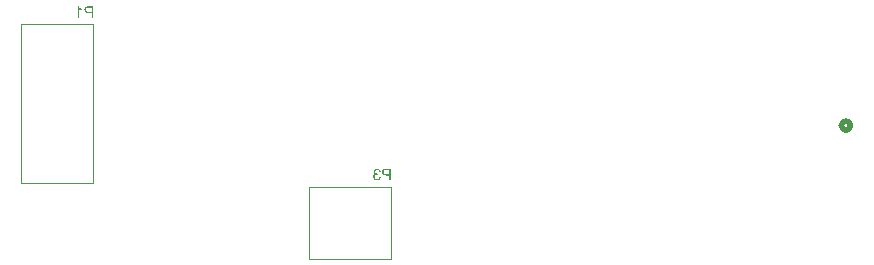
<source format=gbo>
G04 Layer_Color=32896*
%FSLAX25Y25*%
%MOIN*%
G70*
G01*
G75*
%ADD41C,0.02000*%
%ADD73C,0.00100*%
G36*
X42797Y32267D02*
X42862Y32174D01*
X42932Y32086D01*
X43002Y32004D01*
X43066Y31940D01*
X43119Y31887D01*
X43154Y31852D01*
X43160Y31846D01*
X43166Y31840D01*
X43277Y31747D01*
X43394Y31659D01*
X43511Y31583D01*
X43616Y31519D01*
X43710Y31466D01*
X43751Y31448D01*
X43786Y31431D01*
X43809Y31413D01*
X43833Y31402D01*
X43844Y31396D01*
X43850D01*
Y30934D01*
X43768Y30969D01*
X43681Y31010D01*
X43599Y31045D01*
X43523Y31086D01*
X43458Y31121D01*
X43406Y31150D01*
X43370Y31174D01*
X43365Y31179D01*
X43359D01*
X43259Y31238D01*
X43172Y31302D01*
X43095Y31355D01*
X43031Y31407D01*
X42979Y31448D01*
X42937Y31478D01*
X42914Y31501D01*
X42908Y31507D01*
Y28500D01*
X42434D01*
Y32361D01*
X42744D01*
X42797Y32267D01*
D02*
G37*
G36*
X47600Y28500D02*
X47091D01*
Y30068D01*
X46108D01*
X45962Y30074D01*
X45827Y30079D01*
X45705Y30097D01*
X45588Y30120D01*
X45488Y30144D01*
X45395Y30173D01*
X45313Y30202D01*
X45243Y30237D01*
X45178Y30267D01*
X45125Y30296D01*
X45085Y30325D01*
X45044Y30349D01*
X45020Y30372D01*
X45003Y30390D01*
X44991Y30395D01*
X44985Y30401D01*
X44927Y30466D01*
X44880Y30536D01*
X44839Y30606D01*
X44804Y30676D01*
X44745Y30811D01*
X44710Y30945D01*
X44693Y31004D01*
X44687Y31056D01*
X44681Y31109D01*
X44675Y31150D01*
X44669Y31185D01*
Y31209D01*
Y31226D01*
Y31232D01*
X44675Y31337D01*
X44687Y31437D01*
X44704Y31525D01*
X44728Y31600D01*
X44751Y31665D01*
X44769Y31712D01*
X44780Y31741D01*
X44786Y31753D01*
X44833Y31840D01*
X44886Y31911D01*
X44938Y31975D01*
X44985Y32028D01*
X45026Y32068D01*
X45061Y32098D01*
X45090Y32115D01*
X45096Y32121D01*
X45172Y32168D01*
X45254Y32209D01*
X45330Y32238D01*
X45406Y32261D01*
X45471Y32279D01*
X45523Y32291D01*
X45558Y32302D01*
X45570D01*
X45652Y32314D01*
X45746Y32326D01*
X45845Y32332D01*
X45939Y32338D01*
X46026Y32344D01*
X47600D01*
Y28500D01*
D02*
G37*
G36*
X146800Y-25600D02*
X146291D01*
Y-24032D01*
X145308D01*
X145162Y-24026D01*
X145027Y-24021D01*
X144905Y-24003D01*
X144788Y-23980D01*
X144688Y-23956D01*
X144595Y-23927D01*
X144513Y-23898D01*
X144442Y-23863D01*
X144378Y-23833D01*
X144325Y-23804D01*
X144284Y-23775D01*
X144244Y-23751D01*
X144220Y-23728D01*
X144203Y-23710D01*
X144191Y-23705D01*
X144185Y-23699D01*
X144126Y-23634D01*
X144080Y-23564D01*
X144039Y-23494D01*
X144004Y-23424D01*
X143945Y-23289D01*
X143910Y-23155D01*
X143893Y-23096D01*
X143887Y-23043D01*
X143881Y-22991D01*
X143875Y-22950D01*
X143869Y-22915D01*
Y-22892D01*
Y-22874D01*
Y-22868D01*
X143875Y-22763D01*
X143887Y-22663D01*
X143904Y-22576D01*
X143928Y-22500D01*
X143951Y-22435D01*
X143969Y-22388D01*
X143980Y-22359D01*
X143986Y-22347D01*
X144033Y-22260D01*
X144086Y-22189D01*
X144138Y-22125D01*
X144185Y-22072D01*
X144226Y-22031D01*
X144261Y-22002D01*
X144290Y-21985D01*
X144296Y-21979D01*
X144372Y-21932D01*
X144454Y-21891D01*
X144530Y-21862D01*
X144606Y-21838D01*
X144671Y-21821D01*
X144723Y-21809D01*
X144758Y-21798D01*
X144770D01*
X144852Y-21786D01*
X144946Y-21774D01*
X145045Y-21768D01*
X145139Y-21762D01*
X145226Y-21757D01*
X146800D01*
Y-25600D01*
D02*
G37*
G36*
X142372Y-21751D02*
X142518Y-21780D01*
X142652Y-21821D01*
X142763Y-21868D01*
X142851Y-21920D01*
X142886Y-21944D01*
X142916Y-21961D01*
X142945Y-21979D01*
X142962Y-21991D01*
X142968Y-21996D01*
X142974Y-22002D01*
X143079Y-22108D01*
X143161Y-22224D01*
X143231Y-22347D01*
X143278Y-22464D01*
X143319Y-22570D01*
X143331Y-22616D01*
X143343Y-22658D01*
X143349Y-22687D01*
X143354Y-22710D01*
X143360Y-22728D01*
Y-22734D01*
X142886Y-22815D01*
X142863Y-22693D01*
X142828Y-22587D01*
X142793Y-22500D01*
X142752Y-22429D01*
X142717Y-22371D01*
X142687Y-22330D01*
X142664Y-22307D01*
X142658Y-22301D01*
X142582Y-22242D01*
X142506Y-22201D01*
X142430Y-22166D01*
X142354Y-22149D01*
X142296Y-22137D01*
X142243Y-22125D01*
X142196D01*
X142097Y-22131D01*
X142009Y-22154D01*
X141933Y-22178D01*
X141868Y-22213D01*
X141816Y-22242D01*
X141775Y-22271D01*
X141751Y-22295D01*
X141746Y-22301D01*
X141687Y-22365D01*
X141646Y-22441D01*
X141611Y-22511D01*
X141594Y-22576D01*
X141582Y-22640D01*
X141570Y-22687D01*
Y-22716D01*
Y-22722D01*
Y-22728D01*
X141582Y-22845D01*
X141611Y-22944D01*
X141646Y-23026D01*
X141693Y-23090D01*
X141740Y-23143D01*
X141775Y-23184D01*
X141804Y-23207D01*
X141816Y-23213D01*
X141909Y-23266D01*
X142003Y-23301D01*
X142091Y-23330D01*
X142173Y-23348D01*
X142249Y-23359D01*
X142301Y-23365D01*
X142377D01*
X142401Y-23359D01*
X142430D01*
X142483Y-23775D01*
X142412Y-23757D01*
X142348Y-23746D01*
X142290Y-23740D01*
X142243Y-23734D01*
X142202Y-23728D01*
X142149D01*
X142032Y-23740D01*
X141933Y-23763D01*
X141839Y-23792D01*
X141763Y-23833D01*
X141699Y-23874D01*
X141652Y-23903D01*
X141629Y-23927D01*
X141617Y-23939D01*
X141547Y-24021D01*
X141494Y-24108D01*
X141453Y-24202D01*
X141430Y-24284D01*
X141412Y-24360D01*
X141406Y-24418D01*
X141401Y-24442D01*
Y-24459D01*
Y-24465D01*
Y-24471D01*
X141412Y-24594D01*
X141436Y-24705D01*
X141471Y-24804D01*
X141512Y-24886D01*
X141558Y-24957D01*
X141594Y-25003D01*
X141617Y-25033D01*
X141629Y-25044D01*
X141716Y-25120D01*
X141810Y-25179D01*
X141903Y-25214D01*
X141997Y-25243D01*
X142073Y-25261D01*
X142132Y-25267D01*
X142155Y-25272D01*
X142190D01*
X142290Y-25267D01*
X142383Y-25243D01*
X142465Y-25214D01*
X142529Y-25185D01*
X142588Y-25150D01*
X142629Y-25126D01*
X142652Y-25103D01*
X142664Y-25097D01*
X142728Y-25021D01*
X142787Y-24933D01*
X142834Y-24834D01*
X142869Y-24740D01*
X142898Y-24652D01*
X142916Y-24582D01*
X142927Y-24559D01*
Y-24535D01*
X142933Y-24524D01*
Y-24518D01*
X143407Y-24582D01*
X143395Y-24670D01*
X143378Y-24752D01*
X143325Y-24904D01*
X143267Y-25038D01*
X143196Y-25155D01*
X143167Y-25202D01*
X143132Y-25243D01*
X143103Y-25278D01*
X143079Y-25313D01*
X143056Y-25337D01*
X143038Y-25354D01*
X143033Y-25360D01*
X143027Y-25366D01*
X142962Y-25419D01*
X142892Y-25466D01*
X142828Y-25506D01*
X142758Y-25536D01*
X142617Y-25594D01*
X142483Y-25629D01*
X142424Y-25641D01*
X142366Y-25647D01*
X142319Y-25653D01*
X142272Y-25659D01*
X142237Y-25664D01*
X142190D01*
X142091Y-25659D01*
X141991Y-25647D01*
X141898Y-25635D01*
X141810Y-25612D01*
X141728Y-25583D01*
X141652Y-25553D01*
X141582Y-25524D01*
X141517Y-25489D01*
X141465Y-25460D01*
X141412Y-25430D01*
X141365Y-25401D01*
X141330Y-25372D01*
X141301Y-25348D01*
X141283Y-25337D01*
X141272Y-25325D01*
X141266Y-25319D01*
X141201Y-25249D01*
X141143Y-25179D01*
X141096Y-25109D01*
X141055Y-25038D01*
X141014Y-24968D01*
X140985Y-24892D01*
X140944Y-24758D01*
X140927Y-24699D01*
X140915Y-24641D01*
X140909Y-24594D01*
X140903Y-24547D01*
X140897Y-24512D01*
Y-24488D01*
Y-24471D01*
Y-24465D01*
X140903Y-24330D01*
X140927Y-24208D01*
X140956Y-24102D01*
X140991Y-24015D01*
X141032Y-23945D01*
X141061Y-23892D01*
X141085Y-23857D01*
X141090Y-23845D01*
X141166Y-23757D01*
X141254Y-23687D01*
X141342Y-23629D01*
X141424Y-23588D01*
X141500Y-23552D01*
X141558Y-23535D01*
X141582Y-23523D01*
X141599D01*
X141611Y-23517D01*
X141617D01*
X141523Y-23471D01*
X141441Y-23412D01*
X141377Y-23359D01*
X141319Y-23307D01*
X141278Y-23260D01*
X141243Y-23225D01*
X141225Y-23201D01*
X141219Y-23190D01*
X141172Y-23114D01*
X141143Y-23032D01*
X141120Y-22956D01*
X141102Y-22886D01*
X141090Y-22827D01*
X141085Y-22780D01*
Y-22751D01*
Y-22739D01*
X141090Y-22640D01*
X141108Y-22552D01*
X141131Y-22470D01*
X141155Y-22394D01*
X141178Y-22336D01*
X141201Y-22289D01*
X141219Y-22260D01*
X141225Y-22248D01*
X141283Y-22166D01*
X141348Y-22090D01*
X141418Y-22026D01*
X141482Y-21973D01*
X141541Y-21932D01*
X141588Y-21903D01*
X141623Y-21885D01*
X141629Y-21879D01*
X141634D01*
X141734Y-21833D01*
X141833Y-21798D01*
X141933Y-21774D01*
X142021Y-21757D01*
X142097Y-21745D01*
X142155Y-21739D01*
X142290D01*
X142372Y-21751D01*
D02*
G37*
%LPC*%
G36*
X47091Y31893D02*
X45997D01*
X45892Y31887D01*
X45810Y31881D01*
X45746Y31876D01*
X45699Y31870D01*
X45664Y31864D01*
X45646Y31858D01*
X45640D01*
X45570Y31829D01*
X45506Y31799D01*
X45453Y31758D01*
X45406Y31723D01*
X45365Y31688D01*
X45342Y31659D01*
X45324Y31636D01*
X45318Y31630D01*
X45278Y31565D01*
X45248Y31495D01*
X45225Y31425D01*
X45213Y31361D01*
X45202Y31302D01*
X45196Y31255D01*
Y31226D01*
Y31214D01*
X45207Y31097D01*
X45231Y30992D01*
X45260Y30904D01*
X45301Y30834D01*
X45342Y30776D01*
X45371Y30735D01*
X45395Y30705D01*
X45406Y30700D01*
X45447Y30670D01*
X45494Y30641D01*
X45599Y30594D01*
X45716Y30565D01*
X45833Y30542D01*
X45939Y30530D01*
X45980Y30524D01*
X46020D01*
X46056Y30518D01*
X47091D01*
Y31893D01*
D02*
G37*
G36*
X146291Y-22207D02*
X145197D01*
X145092Y-22213D01*
X145010Y-22219D01*
X144946Y-22224D01*
X144899Y-22230D01*
X144864Y-22236D01*
X144846Y-22242D01*
X144840D01*
X144770Y-22271D01*
X144706Y-22301D01*
X144653Y-22342D01*
X144606Y-22377D01*
X144565Y-22412D01*
X144542Y-22441D01*
X144524Y-22464D01*
X144518Y-22470D01*
X144477Y-22535D01*
X144448Y-22605D01*
X144425Y-22675D01*
X144413Y-22739D01*
X144402Y-22798D01*
X144396Y-22845D01*
Y-22874D01*
Y-22886D01*
X144407Y-23003D01*
X144431Y-23108D01*
X144460Y-23196D01*
X144501Y-23266D01*
X144542Y-23324D01*
X144571Y-23365D01*
X144595Y-23395D01*
X144606Y-23400D01*
X144647Y-23430D01*
X144694Y-23459D01*
X144799Y-23506D01*
X144916Y-23535D01*
X145033Y-23558D01*
X145139Y-23570D01*
X145179Y-23576D01*
X145220D01*
X145256Y-23582D01*
X146291D01*
Y-22207D01*
D02*
G37*
%LPD*%
D41*
X300000Y-7378D02*
G03*
X300000Y-7378I-1500J0D01*
G01*
D73*
X119600Y-51700D02*
Y-27700D01*
X146700D01*
Y-51700D02*
Y-27700D01*
X119600Y-51700D02*
X146700D01*
X23500Y-26500D02*
Y26500D01*
Y-26500D02*
X47500D01*
Y26500D01*
X23500D02*
X47500D01*
M02*

</source>
